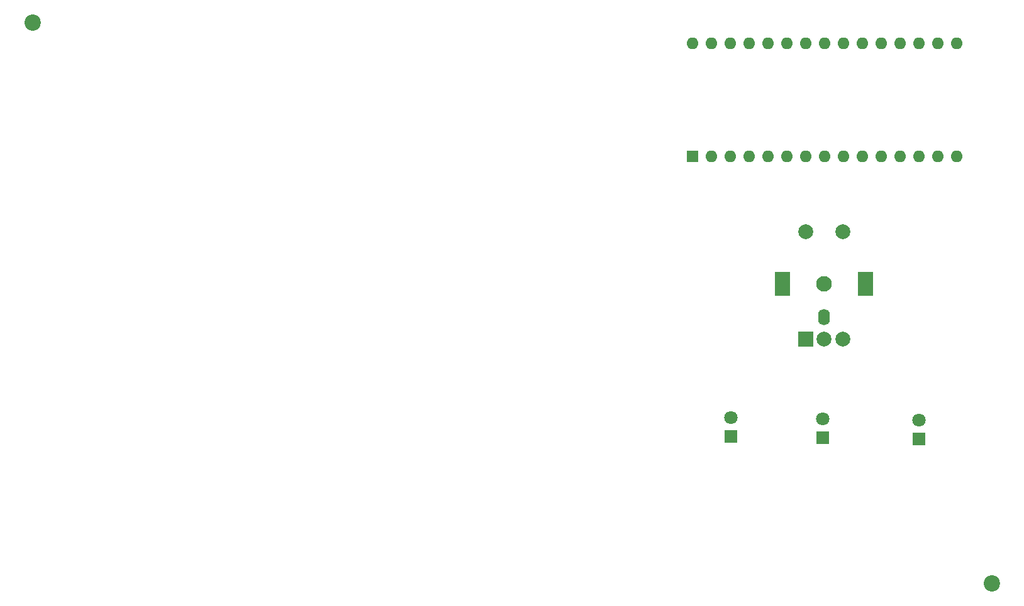
<source format=gbr>
%TF.GenerationSoftware,KiCad,Pcbnew,9.0.0*%
%TF.CreationDate,2025-10-26T20:42:14-07:00*%
%TF.ProjectId,Control_Dock,436f6e74-726f-46c5-9f44-6f636b2e6b69,1.0*%
%TF.SameCoordinates,Original*%
%TF.FileFunction,Soldermask,Bot*%
%TF.FilePolarity,Negative*%
%FSLAX46Y46*%
G04 Gerber Fmt 4.6, Leading zero omitted, Abs format (unit mm)*
G04 Created by KiCad (PCBNEW 9.0.0) date 2025-10-26 20:42:14*
%MOMM*%
%LPD*%
G01*
G04 APERTURE LIST*
%ADD10C,2.200000*%
%ADD11R,1.800000X1.800000*%
%ADD12C,1.800000*%
%ADD13O,1.600000X2.200000*%
%ADD14C,2.100000*%
%ADD15R,2.000000X2.000000*%
%ADD16C,2.000000*%
%ADD17R,2.000000X3.200000*%
%ADD18R,1.600000X1.600000*%
%ADD19O,1.600000X1.600000*%
G04 APERTURE END LIST*
D10*
%TO.C,Down Right*%
X180000000Y-128700000D03*
%TD*%
D11*
%TO.C,D1*%
X144880000Y-108850000D03*
D12*
X144880000Y-106310000D03*
%TD*%
D10*
%TO.C,UP Left*%
X50900000Y-53050000D03*
%TD*%
D11*
%TO.C,D3*%
X170180000Y-109220000D03*
D12*
X170180000Y-106680000D03*
%TD*%
D11*
%TO.C,D2*%
X157280000Y-109080000D03*
D12*
X157280000Y-106540000D03*
%TD*%
D13*
%TO.C,ROT1*%
X157440000Y-92780000D03*
D14*
X157440000Y-88280000D03*
D15*
X154940000Y-95780000D03*
D16*
X159940000Y-95780000D03*
X157440000Y-95780000D03*
D17*
X151840000Y-88280000D03*
X163040000Y-88280000D03*
D16*
X159940000Y-81280000D03*
X154940000Y-81280000D03*
%TD*%
D18*
%TO.C,Processor1*%
X139700000Y-71120000D03*
D19*
X142240000Y-71120000D03*
X144780000Y-71120000D03*
X147320000Y-71120000D03*
X149860000Y-71120000D03*
X152400000Y-71120000D03*
X154940000Y-71120000D03*
X157480000Y-71120000D03*
X160020000Y-71120000D03*
X162560000Y-71120000D03*
X165100000Y-71120000D03*
X167640000Y-71120000D03*
X170180000Y-71120000D03*
X172720000Y-71120000D03*
X175260000Y-71120000D03*
X175260000Y-55880000D03*
X172720000Y-55880000D03*
X170180000Y-55880000D03*
X167640000Y-55880000D03*
X165100000Y-55880000D03*
X162560000Y-55880000D03*
X160020000Y-55880000D03*
X157480000Y-55880000D03*
X154940000Y-55880000D03*
X152400000Y-55880000D03*
X149860000Y-55880000D03*
X147320000Y-55880000D03*
X144780000Y-55880000D03*
X142240000Y-55880000D03*
X139700000Y-55880000D03*
%TD*%
M02*

</source>
